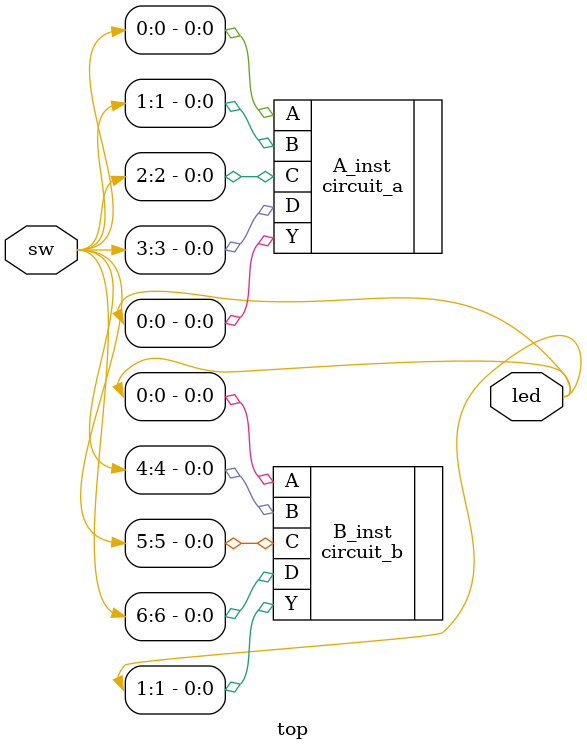
<source format=v>
module top(
    input [6:0]sw,
    output [1:0]led
);

circuit_a A_inst(
    .A(sw[0]),
    .B(sw[1]),
    .C(sw[2]),
    .D(sw[3]),
    .Y(led[0])
    );

circuit_b B_inst(
    .A(led[0]),
    .B(sw[4]),
    .C(sw[5]),
    .D(sw[6]),
    .Y(led[1])
    );
    
endmodule
</source>
